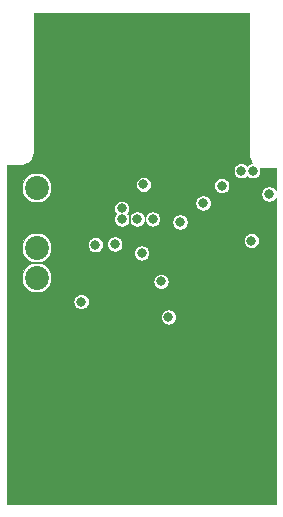
<source format=gbr>
%TF.GenerationSoftware,KiCad,Pcbnew,5.1.5-52549c5~84~ubuntu18.04.1*%
%TF.CreationDate,2020-02-03T06:40:28+01:00*%
%TF.ProjectId,HMC_RF_IPE,484d435f-5246-45f4-9950-452e6b696361,rev?*%
%TF.SameCoordinates,Original*%
%TF.FileFunction,Copper,L2,Inr*%
%TF.FilePolarity,Positive*%
%FSLAX46Y46*%
G04 Gerber Fmt 4.6, Leading zero omitted, Abs format (unit mm)*
G04 Created by KiCad (PCBNEW 5.1.5-52549c5~84~ubuntu18.04.1) date 2020-02-03 06:40:28*
%MOMM*%
%LPD*%
G04 APERTURE LIST*
%TA.AperFunction,ViaPad*%
%ADD10C,2.020000*%
%TD*%
%TA.AperFunction,ViaPad*%
%ADD11C,0.400000*%
%TD*%
%TA.AperFunction,ViaPad*%
%ADD12C,0.800000*%
%TD*%
%TA.AperFunction,Conductor*%
%ADD13C,0.100000*%
%TD*%
G04 APERTURE END LIST*
D10*
%TO.N,+5V*%
%TO.C,J1*%
X133513410Y-71773200D03*
%TO.N,GND*%
X133513410Y-74313200D03*
%TO.N,Net-(J1-Pad3)*%
X133513410Y-76853200D03*
%TO.N,Net-(J1-Pad4)*%
X133513410Y-79393200D03*
%TD*%
D11*
%TO.N,GND*%
X141333410Y-90643200D03*
X143483410Y-90643200D03*
X140733410Y-90653200D03*
X140653410Y-91293200D03*
X144663410Y-90143200D03*
X140083410Y-90143200D03*
D12*
X131853410Y-85013200D03*
X131853410Y-83175700D03*
X131853410Y-81338200D03*
X132953410Y-85043200D03*
X132953410Y-83205700D03*
X132953410Y-81368200D03*
X136163410Y-81348200D03*
X152963410Y-77093200D03*
D11*
X148099874Y-89973200D03*
X147118186Y-89973200D03*
X146136498Y-89973200D03*
X145333410Y-89953200D03*
X147939874Y-89213200D03*
X146958186Y-89213200D03*
X145976498Y-89213200D03*
X145173410Y-89193200D03*
X139299874Y-89923200D03*
X138318186Y-89923200D03*
X137336498Y-89923200D03*
X136533410Y-89903200D03*
X139789874Y-89203200D03*
X138808186Y-89203200D03*
X137826498Y-89203200D03*
X137023410Y-89183200D03*
X139799874Y-86943200D03*
X138818186Y-86943200D03*
X147839874Y-86863200D03*
X146858186Y-86863200D03*
X145876498Y-86863200D03*
X145073410Y-86843200D03*
X136106036Y-94793200D03*
X137057880Y-94793200D03*
X138009723Y-94793200D03*
X138961566Y-94793200D03*
X145666036Y-94743200D03*
X146617880Y-94743200D03*
X147569723Y-94743200D03*
X148521566Y-94743200D03*
X132336036Y-86123200D03*
X133287880Y-86123200D03*
X134239723Y-86123200D03*
X135191566Y-86123200D03*
X132196036Y-98273200D03*
X133147880Y-98273200D03*
X134099723Y-98273200D03*
X135051566Y-98273200D03*
X149786036Y-98273200D03*
X150737880Y-98273200D03*
X151689723Y-98273200D03*
X152641566Y-98273200D03*
X149836036Y-86173200D03*
X150787880Y-86173200D03*
X151739723Y-86173200D03*
X152691566Y-86173200D03*
X138752402Y-60753000D03*
X137921002Y-60753000D03*
X137089601Y-60753000D03*
X136258201Y-60753000D03*
X135426800Y-60753000D03*
X134595400Y-60753000D03*
X133764000Y-60753000D03*
X138742402Y-65303000D03*
X137911002Y-65303000D03*
X137079601Y-65303000D03*
X136248201Y-65303000D03*
X135416800Y-65303000D03*
X134585400Y-65303000D03*
X133754000Y-65303000D03*
X151202402Y-65383000D03*
X150371002Y-65383000D03*
X149539601Y-65383000D03*
X148708201Y-65383000D03*
X147876800Y-65383000D03*
X147045400Y-65383000D03*
X146214000Y-65383000D03*
X151212402Y-60633000D03*
X150381002Y-60633000D03*
X149549601Y-60633000D03*
X148718201Y-60633000D03*
X147886800Y-60633000D03*
X147055400Y-60633000D03*
X146224000Y-60633000D03*
X143563410Y-91293200D03*
X144133410Y-93503200D03*
X140703410Y-93443200D03*
X141243410Y-91263200D03*
X144843410Y-91453200D03*
X144843410Y-90753200D03*
X144113410Y-90673200D03*
X151536624Y-94735200D03*
X153500000Y-94735200D03*
X149573249Y-94735200D03*
X151536624Y-89909200D03*
X153500000Y-89909200D03*
X149573249Y-89909200D03*
X133280506Y-94735200D03*
X131376820Y-94735200D03*
X135184193Y-94735200D03*
X133280506Y-89909200D03*
X131376820Y-89909200D03*
X135184193Y-89909200D03*
X144664811Y-94735200D03*
X139913410Y-94743200D03*
X142387410Y-95497200D03*
X140863410Y-95497200D03*
X141616811Y-95517200D03*
X143149410Y-95497200D03*
X143911410Y-95497200D03*
X143911410Y-94735200D03*
X140863410Y-94043200D03*
X142403410Y-92373200D03*
X141879410Y-92703200D03*
X142895410Y-92703200D03*
X142895410Y-91941200D03*
X141879410Y-91941200D03*
X143513410Y-93503200D03*
X143149410Y-94735200D03*
X142387410Y-94735200D03*
X141616811Y-94755200D03*
X140863410Y-94735200D03*
X141333410Y-93473200D03*
X143923410Y-94053200D03*
X132328663Y-93973200D03*
X133280506Y-93973200D03*
X134232350Y-93973200D03*
X135184193Y-93973200D03*
X136136036Y-93973200D03*
X137087880Y-93973200D03*
X138039723Y-93973200D03*
X138991566Y-93973200D03*
X131376820Y-93973200D03*
X139943410Y-93973200D03*
X138991566Y-90773200D03*
X138039723Y-90773200D03*
X137087880Y-90773200D03*
X136136036Y-90773200D03*
X135184193Y-90773200D03*
X134232350Y-90773200D03*
X133280506Y-90773200D03*
X132328663Y-90773200D03*
X139943410Y-90773200D03*
X131376820Y-90773200D03*
X145646498Y-93973200D03*
X146628186Y-93973200D03*
X147609874Y-93973200D03*
X148591561Y-93973200D03*
X149573249Y-93973200D03*
X150554937Y-93973200D03*
X151536624Y-93973200D03*
X152518312Y-93973200D03*
X144774811Y-93993200D03*
X153500000Y-93973200D03*
X152518312Y-90773200D03*
X151536624Y-90773200D03*
X150554937Y-90773200D03*
X149573249Y-90773200D03*
X148591561Y-90773200D03*
X147609874Y-90773200D03*
X146628186Y-90773200D03*
X145646498Y-90773200D03*
X153500000Y-90773200D03*
X132328663Y-93273200D03*
X133280506Y-93273200D03*
X134232350Y-93273200D03*
X135184193Y-93273200D03*
X136136036Y-93273200D03*
X137087880Y-93273200D03*
X138039723Y-93273200D03*
X138991566Y-93273200D03*
X131376820Y-93273200D03*
X138991566Y-91473200D03*
X138039723Y-91473200D03*
X137087880Y-91473200D03*
X136136036Y-91473200D03*
X135184193Y-91473200D03*
X134232350Y-91473200D03*
X133280506Y-91473200D03*
X132328663Y-91473200D03*
X139943410Y-91473200D03*
X131376820Y-91473200D03*
X145646498Y-93273200D03*
X146628186Y-93273200D03*
X147609874Y-93273200D03*
X148591561Y-93273200D03*
X149573249Y-93273200D03*
X150554937Y-93273200D03*
X151536624Y-93273200D03*
X152518312Y-93273200D03*
X144774811Y-93293200D03*
X139943410Y-93273200D03*
X153500000Y-93273200D03*
X152518312Y-91473200D03*
X151536624Y-91473200D03*
X150554937Y-91473200D03*
X149573249Y-91473200D03*
X148591561Y-91473200D03*
X147609874Y-91473200D03*
X146628186Y-91473200D03*
X145646498Y-91473200D03*
X153500000Y-91473200D03*
X134585400Y-64633000D03*
X135416800Y-64633000D03*
X136248201Y-64633000D03*
X137079601Y-64633000D03*
X137911002Y-64633000D03*
X138742402Y-64633000D03*
X139573803Y-64633000D03*
X140405203Y-64633000D03*
X141236604Y-64633000D03*
X142068004Y-64633000D03*
X142899405Y-64633000D03*
X143730805Y-64633000D03*
X144562206Y-64633000D03*
X145393606Y-64633000D03*
X146225007Y-64633000D03*
X147056407Y-64633000D03*
X147887808Y-64633000D03*
X148719208Y-64633000D03*
X149550609Y-64633000D03*
X150382009Y-64633000D03*
X133754000Y-64633000D03*
X151213410Y-64633000D03*
X150382009Y-61433000D03*
X149550609Y-61433000D03*
X148719208Y-61433000D03*
X147887808Y-61433000D03*
X147056407Y-61433000D03*
X146225007Y-61433000D03*
X145393606Y-61433000D03*
X144562206Y-61433000D03*
X143730805Y-61433000D03*
X142899405Y-61433000D03*
X142068004Y-61433000D03*
X141236604Y-61433000D03*
X140405203Y-61433000D03*
X139573803Y-61433000D03*
X138742402Y-61433000D03*
X137911002Y-61433000D03*
X137079601Y-61433000D03*
X136248201Y-61433000D03*
X135416800Y-61433000D03*
X134585400Y-61433000D03*
X151213410Y-61433000D03*
X133754000Y-61433000D03*
X134585400Y-63933000D03*
X135416800Y-63933000D03*
X136248201Y-63933000D03*
X137079601Y-63933000D03*
X137911002Y-63933000D03*
X138742402Y-63933000D03*
X139573803Y-63933000D03*
X140405203Y-63933000D03*
X141236604Y-63933000D03*
X142068004Y-63933000D03*
X142899405Y-63933000D03*
X143730805Y-63933000D03*
X144562206Y-63933000D03*
X145393606Y-63933000D03*
X146225007Y-63933000D03*
X147056407Y-63933000D03*
X147887808Y-63933000D03*
X148719208Y-63933000D03*
X149550609Y-63933000D03*
X150382009Y-63933000D03*
X133754000Y-63933000D03*
X151213410Y-63933000D03*
X150382009Y-62133000D03*
X149550609Y-62133000D03*
X148719208Y-62133000D03*
X147887808Y-62133000D03*
X147056407Y-62133000D03*
X146225007Y-62133000D03*
X145393606Y-62133000D03*
X144562206Y-62133000D03*
X143730805Y-62133000D03*
X142899405Y-62133000D03*
X142068004Y-62133000D03*
X141236604Y-62133000D03*
X140405203Y-62133000D03*
X139573803Y-62133000D03*
X138742402Y-62133000D03*
X137911002Y-62133000D03*
X137079601Y-62133000D03*
X136248201Y-62133000D03*
X135416800Y-62133000D03*
X134585400Y-62133000D03*
X151213410Y-62133000D03*
X133754000Y-62133000D03*
X144153410Y-91303200D03*
X137836498Y-86943200D03*
X137033410Y-86923200D03*
D12*
X148473410Y-75993200D03*
X149623410Y-75993200D03*
X152963410Y-78930700D03*
X152963410Y-80768200D03*
X152963410Y-82605700D03*
X152963410Y-84443200D03*
X144163410Y-80853200D03*
X135513410Y-76753200D03*
X131683410Y-76843200D03*
X131673410Y-78163200D03*
X131623410Y-79773200D03*
%TO.N,VSS*%
X151703410Y-76263200D03*
%TO.N,Net-(C10-Pad1)*%
X138493410Y-76613200D03*
%TO.N,Net-(J1-Pad4)*%
X144053410Y-79723200D03*
%TO.N,Net-(J1-Pad3)*%
X142413410Y-77323200D03*
%TO.N,Net-(C11-Pad1)*%
X137293410Y-81433200D03*
X144683410Y-82740199D03*
%TO.N,Net-(C13-Pad1)*%
X140143410Y-76543200D03*
%TO.N,GNDS*%
X142038410Y-74433200D03*
X150848410Y-70348200D03*
X151823410Y-70348200D03*
X142563410Y-71513200D03*
X140723410Y-73543200D03*
X140733410Y-74433200D03*
X149193410Y-71613200D03*
X143343410Y-74433200D03*
X145663410Y-74683200D03*
X153198410Y-72323200D03*
%TO.N,GND*%
X133583410Y-69903200D03*
X131873410Y-70383200D03*
X135103410Y-72623200D03*
X135143410Y-73773200D03*
X131783410Y-72603200D03*
X131753410Y-74873200D03*
X135303410Y-71233200D03*
X139273410Y-74333200D03*
X139273410Y-73393200D03*
X144348410Y-75573200D03*
%TO.N,GNDS*%
X147623410Y-73073200D03*
%TD*%
D13*
%TO.N,GND*%
G36*
X151416467Y-57001563D02*
G01*
X151418005Y-57002029D01*
X151424422Y-57002661D01*
X151434009Y-57005457D01*
X151436566Y-57006436D01*
X151436672Y-57006523D01*
X151445304Y-57011137D01*
X151445831Y-57011779D01*
X151451450Y-57016390D01*
X151451981Y-57016935D01*
X151455295Y-57020870D01*
X151456058Y-57022044D01*
X151462476Y-57032236D01*
X151463190Y-57033546D01*
X151463359Y-57033924D01*
X151463442Y-57034196D01*
X151463581Y-57035605D01*
X151466282Y-57044509D01*
X151467410Y-57053533D01*
X151467411Y-68865692D01*
X151467376Y-68873294D01*
X151467986Y-68879822D01*
X151467887Y-68886380D01*
X151468075Y-68888465D01*
X151489177Y-69106037D01*
X151491803Y-69119374D01*
X151494244Y-69132751D01*
X151494833Y-69134761D01*
X151557792Y-69344089D01*
X151562964Y-69356675D01*
X151567952Y-69369310D01*
X151568920Y-69371167D01*
X151671340Y-69564281D01*
X151678849Y-69575609D01*
X151686204Y-69587048D01*
X151687514Y-69588682D01*
X151776642Y-69698200D01*
X151759391Y-69698200D01*
X151633812Y-69723179D01*
X151515520Y-69772178D01*
X151409059Y-69843312D01*
X151335910Y-69916461D01*
X151262761Y-69843312D01*
X151156300Y-69772178D01*
X151038008Y-69723179D01*
X150912429Y-69698200D01*
X150784391Y-69698200D01*
X150658812Y-69723179D01*
X150540520Y-69772178D01*
X150434059Y-69843312D01*
X150343522Y-69933849D01*
X150272388Y-70040310D01*
X150223389Y-70158602D01*
X150198410Y-70284181D01*
X150198410Y-70412219D01*
X150223389Y-70537798D01*
X150272388Y-70656090D01*
X150343522Y-70762551D01*
X150434059Y-70853088D01*
X150540520Y-70924222D01*
X150658812Y-70973221D01*
X150784391Y-70998200D01*
X150912429Y-70998200D01*
X151038008Y-70973221D01*
X151156300Y-70924222D01*
X151262761Y-70853088D01*
X151335910Y-70779939D01*
X151409059Y-70853088D01*
X151515520Y-70924222D01*
X151633812Y-70973221D01*
X151759391Y-70998200D01*
X151887429Y-70998200D01*
X152013008Y-70973221D01*
X152131300Y-70924222D01*
X152237761Y-70853088D01*
X152328298Y-70762551D01*
X152399432Y-70656090D01*
X152448431Y-70537798D01*
X152473410Y-70412219D01*
X152473410Y-70284181D01*
X152448431Y-70158602D01*
X152425186Y-70102485D01*
X152466531Y-70115331D01*
X152479859Y-70118081D01*
X152493122Y-70121012D01*
X152495203Y-70121248D01*
X152698458Y-70142827D01*
X152699001Y-70142992D01*
X152721045Y-70145163D01*
X153753410Y-70145195D01*
X153753410Y-71983848D01*
X153703298Y-71908849D01*
X153612761Y-71818312D01*
X153506300Y-71747178D01*
X153388008Y-71698179D01*
X153262429Y-71673200D01*
X153134391Y-71673200D01*
X153008812Y-71698179D01*
X152890520Y-71747178D01*
X152784059Y-71818312D01*
X152693522Y-71908849D01*
X152622388Y-72015310D01*
X152573389Y-72133602D01*
X152548410Y-72259181D01*
X152548410Y-72387219D01*
X152573389Y-72512798D01*
X152622388Y-72631090D01*
X152693522Y-72737551D01*
X152784059Y-72828088D01*
X152890520Y-72899222D01*
X153008812Y-72948221D01*
X153134391Y-72973200D01*
X153262429Y-72973200D01*
X153388008Y-72948221D01*
X153506300Y-72899222D01*
X153612761Y-72828088D01*
X153703298Y-72737551D01*
X153753410Y-72662552D01*
X153753411Y-98574200D01*
X131043410Y-98574200D01*
X131043410Y-82676180D01*
X144033410Y-82676180D01*
X144033410Y-82804218D01*
X144058389Y-82929797D01*
X144107388Y-83048089D01*
X144178522Y-83154550D01*
X144269059Y-83245087D01*
X144375520Y-83316221D01*
X144493812Y-83365220D01*
X144619391Y-83390199D01*
X144747429Y-83390199D01*
X144873008Y-83365220D01*
X144991300Y-83316221D01*
X145097761Y-83245087D01*
X145188298Y-83154550D01*
X145259432Y-83048089D01*
X145308431Y-82929797D01*
X145333410Y-82804218D01*
X145333410Y-82676180D01*
X145308431Y-82550601D01*
X145259432Y-82432309D01*
X145188298Y-82325848D01*
X145097761Y-82235311D01*
X144991300Y-82164177D01*
X144873008Y-82115178D01*
X144747429Y-82090199D01*
X144619391Y-82090199D01*
X144493812Y-82115178D01*
X144375520Y-82164177D01*
X144269059Y-82235311D01*
X144178522Y-82325848D01*
X144107388Y-82432309D01*
X144058389Y-82550601D01*
X144033410Y-82676180D01*
X131043410Y-82676180D01*
X131043410Y-81369181D01*
X136643410Y-81369181D01*
X136643410Y-81497219D01*
X136668389Y-81622798D01*
X136717388Y-81741090D01*
X136788522Y-81847551D01*
X136879059Y-81938088D01*
X136985520Y-82009222D01*
X137103812Y-82058221D01*
X137229391Y-82083200D01*
X137357429Y-82083200D01*
X137483008Y-82058221D01*
X137601300Y-82009222D01*
X137707761Y-81938088D01*
X137798298Y-81847551D01*
X137869432Y-81741090D01*
X137918431Y-81622798D01*
X137943410Y-81497219D01*
X137943410Y-81369181D01*
X137918431Y-81243602D01*
X137869432Y-81125310D01*
X137798298Y-81018849D01*
X137707761Y-80928312D01*
X137601300Y-80857178D01*
X137483008Y-80808179D01*
X137357429Y-80783200D01*
X137229391Y-80783200D01*
X137103812Y-80808179D01*
X136985520Y-80857178D01*
X136879059Y-80928312D01*
X136788522Y-81018849D01*
X136717388Y-81125310D01*
X136668389Y-81243602D01*
X136643410Y-81369181D01*
X131043410Y-81369181D01*
X131043410Y-79269101D01*
X132253410Y-79269101D01*
X132253410Y-79517299D01*
X132301831Y-79760729D01*
X132396812Y-79990034D01*
X132534704Y-80196403D01*
X132710207Y-80371906D01*
X132916576Y-80509798D01*
X133145881Y-80604779D01*
X133389311Y-80653200D01*
X133637509Y-80653200D01*
X133880939Y-80604779D01*
X134110244Y-80509798D01*
X134316613Y-80371906D01*
X134492116Y-80196403D01*
X134630008Y-79990034D01*
X134724989Y-79760729D01*
X134745188Y-79659181D01*
X143403410Y-79659181D01*
X143403410Y-79787219D01*
X143428389Y-79912798D01*
X143477388Y-80031090D01*
X143548522Y-80137551D01*
X143639059Y-80228088D01*
X143745520Y-80299222D01*
X143863812Y-80348221D01*
X143989391Y-80373200D01*
X144117429Y-80373200D01*
X144243008Y-80348221D01*
X144361300Y-80299222D01*
X144467761Y-80228088D01*
X144558298Y-80137551D01*
X144629432Y-80031090D01*
X144678431Y-79912798D01*
X144703410Y-79787219D01*
X144703410Y-79659181D01*
X144678431Y-79533602D01*
X144629432Y-79415310D01*
X144558298Y-79308849D01*
X144467761Y-79218312D01*
X144361300Y-79147178D01*
X144243008Y-79098179D01*
X144117429Y-79073200D01*
X143989391Y-79073200D01*
X143863812Y-79098179D01*
X143745520Y-79147178D01*
X143639059Y-79218312D01*
X143548522Y-79308849D01*
X143477388Y-79415310D01*
X143428389Y-79533602D01*
X143403410Y-79659181D01*
X134745188Y-79659181D01*
X134773410Y-79517299D01*
X134773410Y-79269101D01*
X134724989Y-79025671D01*
X134630008Y-78796366D01*
X134492116Y-78589997D01*
X134316613Y-78414494D01*
X134110244Y-78276602D01*
X133880939Y-78181621D01*
X133637509Y-78133200D01*
X133389311Y-78133200D01*
X133145881Y-78181621D01*
X132916576Y-78276602D01*
X132710207Y-78414494D01*
X132534704Y-78589997D01*
X132396812Y-78796366D01*
X132301831Y-79025671D01*
X132253410Y-79269101D01*
X131043410Y-79269101D01*
X131043410Y-76729101D01*
X132253410Y-76729101D01*
X132253410Y-76977299D01*
X132301831Y-77220729D01*
X132396812Y-77450034D01*
X132534704Y-77656403D01*
X132710207Y-77831906D01*
X132916576Y-77969798D01*
X133145881Y-78064779D01*
X133389311Y-78113200D01*
X133637509Y-78113200D01*
X133880939Y-78064779D01*
X134110244Y-77969798D01*
X134316613Y-77831906D01*
X134492116Y-77656403D01*
X134630008Y-77450034D01*
X134724989Y-77220729D01*
X134773410Y-76977299D01*
X134773410Y-76729101D01*
X134737622Y-76549181D01*
X137843410Y-76549181D01*
X137843410Y-76677219D01*
X137868389Y-76802798D01*
X137917388Y-76921090D01*
X137988522Y-77027551D01*
X138079059Y-77118088D01*
X138185520Y-77189222D01*
X138303812Y-77238221D01*
X138429391Y-77263200D01*
X138557429Y-77263200D01*
X138577634Y-77259181D01*
X141763410Y-77259181D01*
X141763410Y-77387219D01*
X141788389Y-77512798D01*
X141837388Y-77631090D01*
X141908522Y-77737551D01*
X141999059Y-77828088D01*
X142105520Y-77899222D01*
X142223812Y-77948221D01*
X142349391Y-77973200D01*
X142477429Y-77973200D01*
X142603008Y-77948221D01*
X142721300Y-77899222D01*
X142827761Y-77828088D01*
X142918298Y-77737551D01*
X142989432Y-77631090D01*
X143038431Y-77512798D01*
X143063410Y-77387219D01*
X143063410Y-77259181D01*
X143038431Y-77133602D01*
X142989432Y-77015310D01*
X142918298Y-76908849D01*
X142827761Y-76818312D01*
X142721300Y-76747178D01*
X142603008Y-76698179D01*
X142477429Y-76673200D01*
X142349391Y-76673200D01*
X142223812Y-76698179D01*
X142105520Y-76747178D01*
X141999059Y-76818312D01*
X141908522Y-76908849D01*
X141837388Y-77015310D01*
X141788389Y-77133602D01*
X141763410Y-77259181D01*
X138577634Y-77259181D01*
X138683008Y-77238221D01*
X138801300Y-77189222D01*
X138907761Y-77118088D01*
X138998298Y-77027551D01*
X139069432Y-76921090D01*
X139118431Y-76802798D01*
X139143410Y-76677219D01*
X139143410Y-76549181D01*
X139129487Y-76479181D01*
X139493410Y-76479181D01*
X139493410Y-76607219D01*
X139518389Y-76732798D01*
X139567388Y-76851090D01*
X139638522Y-76957551D01*
X139729059Y-77048088D01*
X139835520Y-77119222D01*
X139953812Y-77168221D01*
X140079391Y-77193200D01*
X140207429Y-77193200D01*
X140333008Y-77168221D01*
X140451300Y-77119222D01*
X140557761Y-77048088D01*
X140648298Y-76957551D01*
X140719432Y-76851090D01*
X140768431Y-76732798D01*
X140793410Y-76607219D01*
X140793410Y-76479181D01*
X140768431Y-76353602D01*
X140719432Y-76235310D01*
X140695292Y-76199181D01*
X151053410Y-76199181D01*
X151053410Y-76327219D01*
X151078389Y-76452798D01*
X151127388Y-76571090D01*
X151198522Y-76677551D01*
X151289059Y-76768088D01*
X151395520Y-76839222D01*
X151513812Y-76888221D01*
X151639391Y-76913200D01*
X151767429Y-76913200D01*
X151893008Y-76888221D01*
X152011300Y-76839222D01*
X152117761Y-76768088D01*
X152208298Y-76677551D01*
X152279432Y-76571090D01*
X152328431Y-76452798D01*
X152353410Y-76327219D01*
X152353410Y-76199181D01*
X152328431Y-76073602D01*
X152279432Y-75955310D01*
X152208298Y-75848849D01*
X152117761Y-75758312D01*
X152011300Y-75687178D01*
X151893008Y-75638179D01*
X151767429Y-75613200D01*
X151639391Y-75613200D01*
X151513812Y-75638179D01*
X151395520Y-75687178D01*
X151289059Y-75758312D01*
X151198522Y-75848849D01*
X151127388Y-75955310D01*
X151078389Y-76073602D01*
X151053410Y-76199181D01*
X140695292Y-76199181D01*
X140648298Y-76128849D01*
X140557761Y-76038312D01*
X140451300Y-75967178D01*
X140333008Y-75918179D01*
X140207429Y-75893200D01*
X140079391Y-75893200D01*
X139953812Y-75918179D01*
X139835520Y-75967178D01*
X139729059Y-76038312D01*
X139638522Y-76128849D01*
X139567388Y-76235310D01*
X139518389Y-76353602D01*
X139493410Y-76479181D01*
X139129487Y-76479181D01*
X139118431Y-76423602D01*
X139069432Y-76305310D01*
X138998298Y-76198849D01*
X138907761Y-76108312D01*
X138801300Y-76037178D01*
X138683008Y-75988179D01*
X138557429Y-75963200D01*
X138429391Y-75963200D01*
X138303812Y-75988179D01*
X138185520Y-76037178D01*
X138079059Y-76108312D01*
X137988522Y-76198849D01*
X137917388Y-76305310D01*
X137868389Y-76423602D01*
X137843410Y-76549181D01*
X134737622Y-76549181D01*
X134724989Y-76485671D01*
X134630008Y-76256366D01*
X134492116Y-76049997D01*
X134316613Y-75874494D01*
X134110244Y-75736602D01*
X133880939Y-75641621D01*
X133637509Y-75593200D01*
X133389311Y-75593200D01*
X133145881Y-75641621D01*
X132916576Y-75736602D01*
X132710207Y-75874494D01*
X132534704Y-76049997D01*
X132396812Y-76256366D01*
X132301831Y-76485671D01*
X132253410Y-76729101D01*
X131043410Y-76729101D01*
X131043410Y-73479181D01*
X140073410Y-73479181D01*
X140073410Y-73607219D01*
X140098389Y-73732798D01*
X140147388Y-73851090D01*
X140218522Y-73957551D01*
X140254171Y-73993200D01*
X140228522Y-74018849D01*
X140157388Y-74125310D01*
X140108389Y-74243602D01*
X140083410Y-74369181D01*
X140083410Y-74497219D01*
X140108389Y-74622798D01*
X140157388Y-74741090D01*
X140228522Y-74847551D01*
X140319059Y-74938088D01*
X140425520Y-75009222D01*
X140543812Y-75058221D01*
X140669391Y-75083200D01*
X140797429Y-75083200D01*
X140923008Y-75058221D01*
X141041300Y-75009222D01*
X141147761Y-74938088D01*
X141238298Y-74847551D01*
X141309432Y-74741090D01*
X141358431Y-74622798D01*
X141383410Y-74497219D01*
X141383410Y-74369181D01*
X141388410Y-74369181D01*
X141388410Y-74497219D01*
X141413389Y-74622798D01*
X141462388Y-74741090D01*
X141533522Y-74847551D01*
X141624059Y-74938088D01*
X141730520Y-75009222D01*
X141848812Y-75058221D01*
X141974391Y-75083200D01*
X142102429Y-75083200D01*
X142228008Y-75058221D01*
X142346300Y-75009222D01*
X142452761Y-74938088D01*
X142543298Y-74847551D01*
X142614432Y-74741090D01*
X142663431Y-74622798D01*
X142688410Y-74497219D01*
X142688410Y-74369181D01*
X142693410Y-74369181D01*
X142693410Y-74497219D01*
X142718389Y-74622798D01*
X142767388Y-74741090D01*
X142838522Y-74847551D01*
X142929059Y-74938088D01*
X143035520Y-75009222D01*
X143153812Y-75058221D01*
X143279391Y-75083200D01*
X143407429Y-75083200D01*
X143533008Y-75058221D01*
X143651300Y-75009222D01*
X143757761Y-74938088D01*
X143848298Y-74847551D01*
X143919432Y-74741090D01*
X143968431Y-74622798D01*
X143969150Y-74619181D01*
X145013410Y-74619181D01*
X145013410Y-74747219D01*
X145038389Y-74872798D01*
X145087388Y-74991090D01*
X145158522Y-75097551D01*
X145249059Y-75188088D01*
X145355520Y-75259222D01*
X145473812Y-75308221D01*
X145599391Y-75333200D01*
X145727429Y-75333200D01*
X145853008Y-75308221D01*
X145971300Y-75259222D01*
X146077761Y-75188088D01*
X146168298Y-75097551D01*
X146239432Y-74991090D01*
X146288431Y-74872798D01*
X146313410Y-74747219D01*
X146313410Y-74619181D01*
X146288431Y-74493602D01*
X146239432Y-74375310D01*
X146168298Y-74268849D01*
X146077761Y-74178312D01*
X145971300Y-74107178D01*
X145853008Y-74058179D01*
X145727429Y-74033200D01*
X145599391Y-74033200D01*
X145473812Y-74058179D01*
X145355520Y-74107178D01*
X145249059Y-74178312D01*
X145158522Y-74268849D01*
X145087388Y-74375310D01*
X145038389Y-74493602D01*
X145013410Y-74619181D01*
X143969150Y-74619181D01*
X143993410Y-74497219D01*
X143993410Y-74369181D01*
X143968431Y-74243602D01*
X143919432Y-74125310D01*
X143848298Y-74018849D01*
X143757761Y-73928312D01*
X143651300Y-73857178D01*
X143533008Y-73808179D01*
X143407429Y-73783200D01*
X143279391Y-73783200D01*
X143153812Y-73808179D01*
X143035520Y-73857178D01*
X142929059Y-73928312D01*
X142838522Y-74018849D01*
X142767388Y-74125310D01*
X142718389Y-74243602D01*
X142693410Y-74369181D01*
X142688410Y-74369181D01*
X142663431Y-74243602D01*
X142614432Y-74125310D01*
X142543298Y-74018849D01*
X142452761Y-73928312D01*
X142346300Y-73857178D01*
X142228008Y-73808179D01*
X142102429Y-73783200D01*
X141974391Y-73783200D01*
X141848812Y-73808179D01*
X141730520Y-73857178D01*
X141624059Y-73928312D01*
X141533522Y-74018849D01*
X141462388Y-74125310D01*
X141413389Y-74243602D01*
X141388410Y-74369181D01*
X141383410Y-74369181D01*
X141358431Y-74243602D01*
X141309432Y-74125310D01*
X141238298Y-74018849D01*
X141202649Y-73983200D01*
X141228298Y-73957551D01*
X141299432Y-73851090D01*
X141348431Y-73732798D01*
X141373410Y-73607219D01*
X141373410Y-73479181D01*
X141348431Y-73353602D01*
X141299432Y-73235310D01*
X141228298Y-73128849D01*
X141137761Y-73038312D01*
X141094163Y-73009181D01*
X146973410Y-73009181D01*
X146973410Y-73137219D01*
X146998389Y-73262798D01*
X147047388Y-73381090D01*
X147118522Y-73487551D01*
X147209059Y-73578088D01*
X147315520Y-73649222D01*
X147433812Y-73698221D01*
X147559391Y-73723200D01*
X147687429Y-73723200D01*
X147813008Y-73698221D01*
X147931300Y-73649222D01*
X148037761Y-73578088D01*
X148128298Y-73487551D01*
X148199432Y-73381090D01*
X148248431Y-73262798D01*
X148273410Y-73137219D01*
X148273410Y-73009181D01*
X148248431Y-72883602D01*
X148199432Y-72765310D01*
X148128298Y-72658849D01*
X148037761Y-72568312D01*
X147931300Y-72497178D01*
X147813008Y-72448179D01*
X147687429Y-72423200D01*
X147559391Y-72423200D01*
X147433812Y-72448179D01*
X147315520Y-72497178D01*
X147209059Y-72568312D01*
X147118522Y-72658849D01*
X147047388Y-72765310D01*
X146998389Y-72883602D01*
X146973410Y-73009181D01*
X141094163Y-73009181D01*
X141031300Y-72967178D01*
X140913008Y-72918179D01*
X140787429Y-72893200D01*
X140659391Y-72893200D01*
X140533812Y-72918179D01*
X140415520Y-72967178D01*
X140309059Y-73038312D01*
X140218522Y-73128849D01*
X140147388Y-73235310D01*
X140098389Y-73353602D01*
X140073410Y-73479181D01*
X131043410Y-73479181D01*
X131043410Y-71649101D01*
X132253410Y-71649101D01*
X132253410Y-71897299D01*
X132301831Y-72140729D01*
X132396812Y-72370034D01*
X132534704Y-72576403D01*
X132710207Y-72751906D01*
X132916576Y-72889798D01*
X133145881Y-72984779D01*
X133389311Y-73033200D01*
X133637509Y-73033200D01*
X133880939Y-72984779D01*
X134110244Y-72889798D01*
X134316613Y-72751906D01*
X134492116Y-72576403D01*
X134630008Y-72370034D01*
X134724989Y-72140729D01*
X134773410Y-71897299D01*
X134773410Y-71649101D01*
X134733644Y-71449181D01*
X141913410Y-71449181D01*
X141913410Y-71577219D01*
X141938389Y-71702798D01*
X141987388Y-71821090D01*
X142058522Y-71927551D01*
X142149059Y-72018088D01*
X142255520Y-72089222D01*
X142373812Y-72138221D01*
X142499391Y-72163200D01*
X142627429Y-72163200D01*
X142753008Y-72138221D01*
X142871300Y-72089222D01*
X142977761Y-72018088D01*
X143068298Y-71927551D01*
X143139432Y-71821090D01*
X143188431Y-71702798D01*
X143213410Y-71577219D01*
X143213410Y-71549181D01*
X148543410Y-71549181D01*
X148543410Y-71677219D01*
X148568389Y-71802798D01*
X148617388Y-71921090D01*
X148688522Y-72027551D01*
X148779059Y-72118088D01*
X148885520Y-72189222D01*
X149003812Y-72238221D01*
X149129391Y-72263200D01*
X149257429Y-72263200D01*
X149383008Y-72238221D01*
X149501300Y-72189222D01*
X149607761Y-72118088D01*
X149698298Y-72027551D01*
X149769432Y-71921090D01*
X149818431Y-71802798D01*
X149843410Y-71677219D01*
X149843410Y-71549181D01*
X149818431Y-71423602D01*
X149769432Y-71305310D01*
X149698298Y-71198849D01*
X149607761Y-71108312D01*
X149501300Y-71037178D01*
X149383008Y-70988179D01*
X149257429Y-70963200D01*
X149129391Y-70963200D01*
X149003812Y-70988179D01*
X148885520Y-71037178D01*
X148779059Y-71108312D01*
X148688522Y-71198849D01*
X148617388Y-71305310D01*
X148568389Y-71423602D01*
X148543410Y-71549181D01*
X143213410Y-71549181D01*
X143213410Y-71449181D01*
X143188431Y-71323602D01*
X143139432Y-71205310D01*
X143068298Y-71098849D01*
X142977761Y-71008312D01*
X142871300Y-70937178D01*
X142753008Y-70888179D01*
X142627429Y-70863200D01*
X142499391Y-70863200D01*
X142373812Y-70888179D01*
X142255520Y-70937178D01*
X142149059Y-71008312D01*
X142058522Y-71098849D01*
X141987388Y-71205310D01*
X141938389Y-71323602D01*
X141913410Y-71449181D01*
X134733644Y-71449181D01*
X134724989Y-71405671D01*
X134630008Y-71176366D01*
X134492116Y-70969997D01*
X134316613Y-70794494D01*
X134110244Y-70656602D01*
X133880939Y-70561621D01*
X133637509Y-70513200D01*
X133389311Y-70513200D01*
X133145881Y-70561621D01*
X132916576Y-70656602D01*
X132710207Y-70794494D01*
X132534704Y-70969997D01*
X132396812Y-71176366D01*
X132301831Y-71405671D01*
X132253410Y-71649101D01*
X131043410Y-71649101D01*
X131043410Y-69887195D01*
X132049992Y-69887163D01*
X132057540Y-69887198D01*
X132064068Y-69886588D01*
X132070626Y-69886687D01*
X132072711Y-69886499D01*
X132290283Y-69865397D01*
X132303620Y-69862771D01*
X132316997Y-69860330D01*
X132319007Y-69859741D01*
X132528335Y-69796782D01*
X132540921Y-69791610D01*
X132553556Y-69786622D01*
X132555413Y-69785654D01*
X132748527Y-69683234D01*
X132759855Y-69675725D01*
X132771294Y-69668370D01*
X132772928Y-69667060D01*
X132942471Y-69529082D01*
X132952168Y-69519472D01*
X132961917Y-69510077D01*
X132963265Y-69508475D01*
X133102779Y-69340193D01*
X133110416Y-69328896D01*
X133118163Y-69317774D01*
X133119174Y-69315940D01*
X133223344Y-69123766D01*
X133228635Y-69111217D01*
X133234081Y-69098786D01*
X133234717Y-69096791D01*
X133299577Y-68888043D01*
X133302327Y-68874715D01*
X133305258Y-68861452D01*
X133305494Y-68859371D01*
X133327073Y-68656115D01*
X133327239Y-68655569D01*
X133329410Y-68633525D01*
X133329410Y-57055164D01*
X133329772Y-57052143D01*
X133330239Y-57050605D01*
X133330871Y-57044188D01*
X133333667Y-57034601D01*
X133334646Y-57032044D01*
X133334733Y-57031938D01*
X133339347Y-57023306D01*
X133339989Y-57022779D01*
X133344602Y-57017158D01*
X133345141Y-57016632D01*
X133349073Y-57013321D01*
X133350247Y-57012557D01*
X133360489Y-57006110D01*
X133361750Y-57005423D01*
X133362139Y-57005249D01*
X133362406Y-57005168D01*
X133363815Y-57005029D01*
X133372719Y-57002328D01*
X133381743Y-57001200D01*
X151413446Y-57001200D01*
X151416467Y-57001563D01*
G37*
X151416467Y-57001563D02*
X151418005Y-57002029D01*
X151424422Y-57002661D01*
X151434009Y-57005457D01*
X151436566Y-57006436D01*
X151436672Y-57006523D01*
X151445304Y-57011137D01*
X151445831Y-57011779D01*
X151451450Y-57016390D01*
X151451981Y-57016935D01*
X151455295Y-57020870D01*
X151456058Y-57022044D01*
X151462476Y-57032236D01*
X151463190Y-57033546D01*
X151463359Y-57033924D01*
X151463442Y-57034196D01*
X151463581Y-57035605D01*
X151466282Y-57044509D01*
X151467410Y-57053533D01*
X151467411Y-68865692D01*
X151467376Y-68873294D01*
X151467986Y-68879822D01*
X151467887Y-68886380D01*
X151468075Y-68888465D01*
X151489177Y-69106037D01*
X151491803Y-69119374D01*
X151494244Y-69132751D01*
X151494833Y-69134761D01*
X151557792Y-69344089D01*
X151562964Y-69356675D01*
X151567952Y-69369310D01*
X151568920Y-69371167D01*
X151671340Y-69564281D01*
X151678849Y-69575609D01*
X151686204Y-69587048D01*
X151687514Y-69588682D01*
X151776642Y-69698200D01*
X151759391Y-69698200D01*
X151633812Y-69723179D01*
X151515520Y-69772178D01*
X151409059Y-69843312D01*
X151335910Y-69916461D01*
X151262761Y-69843312D01*
X151156300Y-69772178D01*
X151038008Y-69723179D01*
X150912429Y-69698200D01*
X150784391Y-69698200D01*
X150658812Y-69723179D01*
X150540520Y-69772178D01*
X150434059Y-69843312D01*
X150343522Y-69933849D01*
X150272388Y-70040310D01*
X150223389Y-70158602D01*
X150198410Y-70284181D01*
X150198410Y-70412219D01*
X150223389Y-70537798D01*
X150272388Y-70656090D01*
X150343522Y-70762551D01*
X150434059Y-70853088D01*
X150540520Y-70924222D01*
X150658812Y-70973221D01*
X150784391Y-70998200D01*
X150912429Y-70998200D01*
X151038008Y-70973221D01*
X151156300Y-70924222D01*
X151262761Y-70853088D01*
X151335910Y-70779939D01*
X151409059Y-70853088D01*
X151515520Y-70924222D01*
X151633812Y-70973221D01*
X151759391Y-70998200D01*
X151887429Y-70998200D01*
X152013008Y-70973221D01*
X152131300Y-70924222D01*
X152237761Y-70853088D01*
X152328298Y-70762551D01*
X152399432Y-70656090D01*
X152448431Y-70537798D01*
X152473410Y-70412219D01*
X152473410Y-70284181D01*
X152448431Y-70158602D01*
X152425186Y-70102485D01*
X152466531Y-70115331D01*
X152479859Y-70118081D01*
X152493122Y-70121012D01*
X152495203Y-70121248D01*
X152698458Y-70142827D01*
X152699001Y-70142992D01*
X152721045Y-70145163D01*
X153753410Y-70145195D01*
X153753410Y-71983848D01*
X153703298Y-71908849D01*
X153612761Y-71818312D01*
X153506300Y-71747178D01*
X153388008Y-71698179D01*
X153262429Y-71673200D01*
X153134391Y-71673200D01*
X153008812Y-71698179D01*
X152890520Y-71747178D01*
X152784059Y-71818312D01*
X152693522Y-71908849D01*
X152622388Y-72015310D01*
X152573389Y-72133602D01*
X152548410Y-72259181D01*
X152548410Y-72387219D01*
X152573389Y-72512798D01*
X152622388Y-72631090D01*
X152693522Y-72737551D01*
X152784059Y-72828088D01*
X152890520Y-72899222D01*
X153008812Y-72948221D01*
X153134391Y-72973200D01*
X153262429Y-72973200D01*
X153388008Y-72948221D01*
X153506300Y-72899222D01*
X153612761Y-72828088D01*
X153703298Y-72737551D01*
X153753410Y-72662552D01*
X153753411Y-98574200D01*
X131043410Y-98574200D01*
X131043410Y-82676180D01*
X144033410Y-82676180D01*
X144033410Y-82804218D01*
X144058389Y-82929797D01*
X144107388Y-83048089D01*
X144178522Y-83154550D01*
X144269059Y-83245087D01*
X144375520Y-83316221D01*
X144493812Y-83365220D01*
X144619391Y-83390199D01*
X144747429Y-83390199D01*
X144873008Y-83365220D01*
X144991300Y-83316221D01*
X145097761Y-83245087D01*
X145188298Y-83154550D01*
X145259432Y-83048089D01*
X145308431Y-82929797D01*
X145333410Y-82804218D01*
X145333410Y-82676180D01*
X145308431Y-82550601D01*
X145259432Y-82432309D01*
X145188298Y-82325848D01*
X145097761Y-82235311D01*
X144991300Y-82164177D01*
X144873008Y-82115178D01*
X144747429Y-82090199D01*
X144619391Y-82090199D01*
X144493812Y-82115178D01*
X144375520Y-82164177D01*
X144269059Y-82235311D01*
X144178522Y-82325848D01*
X144107388Y-82432309D01*
X144058389Y-82550601D01*
X144033410Y-82676180D01*
X131043410Y-82676180D01*
X131043410Y-81369181D01*
X136643410Y-81369181D01*
X136643410Y-81497219D01*
X136668389Y-81622798D01*
X136717388Y-81741090D01*
X136788522Y-81847551D01*
X136879059Y-81938088D01*
X136985520Y-82009222D01*
X137103812Y-82058221D01*
X137229391Y-82083200D01*
X137357429Y-82083200D01*
X137483008Y-82058221D01*
X137601300Y-82009222D01*
X137707761Y-81938088D01*
X137798298Y-81847551D01*
X137869432Y-81741090D01*
X137918431Y-81622798D01*
X137943410Y-81497219D01*
X137943410Y-81369181D01*
X137918431Y-81243602D01*
X137869432Y-81125310D01*
X137798298Y-81018849D01*
X137707761Y-80928312D01*
X137601300Y-80857178D01*
X137483008Y-80808179D01*
X137357429Y-80783200D01*
X137229391Y-80783200D01*
X137103812Y-80808179D01*
X136985520Y-80857178D01*
X136879059Y-80928312D01*
X136788522Y-81018849D01*
X136717388Y-81125310D01*
X136668389Y-81243602D01*
X136643410Y-81369181D01*
X131043410Y-81369181D01*
X131043410Y-79269101D01*
X132253410Y-79269101D01*
X132253410Y-79517299D01*
X132301831Y-79760729D01*
X132396812Y-79990034D01*
X132534704Y-80196403D01*
X132710207Y-80371906D01*
X132916576Y-80509798D01*
X133145881Y-80604779D01*
X133389311Y-80653200D01*
X133637509Y-80653200D01*
X133880939Y-80604779D01*
X134110244Y-80509798D01*
X134316613Y-80371906D01*
X134492116Y-80196403D01*
X134630008Y-79990034D01*
X134724989Y-79760729D01*
X134745188Y-79659181D01*
X143403410Y-79659181D01*
X143403410Y-79787219D01*
X143428389Y-79912798D01*
X143477388Y-80031090D01*
X143548522Y-80137551D01*
X143639059Y-80228088D01*
X143745520Y-80299222D01*
X143863812Y-80348221D01*
X143989391Y-80373200D01*
X144117429Y-80373200D01*
X144243008Y-80348221D01*
X144361300Y-80299222D01*
X144467761Y-80228088D01*
X144558298Y-80137551D01*
X144629432Y-80031090D01*
X144678431Y-79912798D01*
X144703410Y-79787219D01*
X144703410Y-79659181D01*
X144678431Y-79533602D01*
X144629432Y-79415310D01*
X144558298Y-79308849D01*
X144467761Y-79218312D01*
X144361300Y-79147178D01*
X144243008Y-79098179D01*
X144117429Y-79073200D01*
X143989391Y-79073200D01*
X143863812Y-79098179D01*
X143745520Y-79147178D01*
X143639059Y-79218312D01*
X143548522Y-79308849D01*
X143477388Y-79415310D01*
X143428389Y-79533602D01*
X143403410Y-79659181D01*
X134745188Y-79659181D01*
X134773410Y-79517299D01*
X134773410Y-79269101D01*
X134724989Y-79025671D01*
X134630008Y-78796366D01*
X134492116Y-78589997D01*
X134316613Y-78414494D01*
X134110244Y-78276602D01*
X133880939Y-78181621D01*
X133637509Y-78133200D01*
X133389311Y-78133200D01*
X133145881Y-78181621D01*
X132916576Y-78276602D01*
X132710207Y-78414494D01*
X132534704Y-78589997D01*
X132396812Y-78796366D01*
X132301831Y-79025671D01*
X132253410Y-79269101D01*
X131043410Y-79269101D01*
X131043410Y-76729101D01*
X132253410Y-76729101D01*
X132253410Y-76977299D01*
X132301831Y-77220729D01*
X132396812Y-77450034D01*
X132534704Y-77656403D01*
X132710207Y-77831906D01*
X132916576Y-77969798D01*
X133145881Y-78064779D01*
X133389311Y-78113200D01*
X133637509Y-78113200D01*
X133880939Y-78064779D01*
X134110244Y-77969798D01*
X134316613Y-77831906D01*
X134492116Y-77656403D01*
X134630008Y-77450034D01*
X134724989Y-77220729D01*
X134773410Y-76977299D01*
X134773410Y-76729101D01*
X134737622Y-76549181D01*
X137843410Y-76549181D01*
X137843410Y-76677219D01*
X137868389Y-76802798D01*
X137917388Y-76921090D01*
X137988522Y-77027551D01*
X138079059Y-77118088D01*
X138185520Y-77189222D01*
X138303812Y-77238221D01*
X138429391Y-77263200D01*
X138557429Y-77263200D01*
X138577634Y-77259181D01*
X141763410Y-77259181D01*
X141763410Y-77387219D01*
X141788389Y-77512798D01*
X141837388Y-77631090D01*
X141908522Y-77737551D01*
X141999059Y-77828088D01*
X142105520Y-77899222D01*
X142223812Y-77948221D01*
X142349391Y-77973200D01*
X142477429Y-77973200D01*
X142603008Y-77948221D01*
X142721300Y-77899222D01*
X142827761Y-77828088D01*
X142918298Y-77737551D01*
X142989432Y-77631090D01*
X143038431Y-77512798D01*
X143063410Y-77387219D01*
X143063410Y-77259181D01*
X143038431Y-77133602D01*
X142989432Y-77015310D01*
X142918298Y-76908849D01*
X142827761Y-76818312D01*
X142721300Y-76747178D01*
X142603008Y-76698179D01*
X142477429Y-76673200D01*
X142349391Y-76673200D01*
X142223812Y-76698179D01*
X142105520Y-76747178D01*
X141999059Y-76818312D01*
X141908522Y-76908849D01*
X141837388Y-77015310D01*
X141788389Y-77133602D01*
X141763410Y-77259181D01*
X138577634Y-77259181D01*
X138683008Y-77238221D01*
X138801300Y-77189222D01*
X138907761Y-77118088D01*
X138998298Y-77027551D01*
X139069432Y-76921090D01*
X139118431Y-76802798D01*
X139143410Y-76677219D01*
X139143410Y-76549181D01*
X139129487Y-76479181D01*
X139493410Y-76479181D01*
X139493410Y-76607219D01*
X139518389Y-76732798D01*
X139567388Y-76851090D01*
X139638522Y-76957551D01*
X139729059Y-77048088D01*
X139835520Y-77119222D01*
X139953812Y-77168221D01*
X140079391Y-77193200D01*
X140207429Y-77193200D01*
X140333008Y-77168221D01*
X140451300Y-77119222D01*
X140557761Y-77048088D01*
X140648298Y-76957551D01*
X140719432Y-76851090D01*
X140768431Y-76732798D01*
X140793410Y-76607219D01*
X140793410Y-76479181D01*
X140768431Y-76353602D01*
X140719432Y-76235310D01*
X140695292Y-76199181D01*
X151053410Y-76199181D01*
X151053410Y-76327219D01*
X151078389Y-76452798D01*
X151127388Y-76571090D01*
X151198522Y-76677551D01*
X151289059Y-76768088D01*
X151395520Y-76839222D01*
X151513812Y-76888221D01*
X151639391Y-76913200D01*
X151767429Y-76913200D01*
X151893008Y-76888221D01*
X152011300Y-76839222D01*
X152117761Y-76768088D01*
X152208298Y-76677551D01*
X152279432Y-76571090D01*
X152328431Y-76452798D01*
X152353410Y-76327219D01*
X152353410Y-76199181D01*
X152328431Y-76073602D01*
X152279432Y-75955310D01*
X152208298Y-75848849D01*
X152117761Y-75758312D01*
X152011300Y-75687178D01*
X151893008Y-75638179D01*
X151767429Y-75613200D01*
X151639391Y-75613200D01*
X151513812Y-75638179D01*
X151395520Y-75687178D01*
X151289059Y-75758312D01*
X151198522Y-75848849D01*
X151127388Y-75955310D01*
X151078389Y-76073602D01*
X151053410Y-76199181D01*
X140695292Y-76199181D01*
X140648298Y-76128849D01*
X140557761Y-76038312D01*
X140451300Y-75967178D01*
X140333008Y-75918179D01*
X140207429Y-75893200D01*
X140079391Y-75893200D01*
X139953812Y-75918179D01*
X139835520Y-75967178D01*
X139729059Y-76038312D01*
X139638522Y-76128849D01*
X139567388Y-76235310D01*
X139518389Y-76353602D01*
X139493410Y-76479181D01*
X139129487Y-76479181D01*
X139118431Y-76423602D01*
X139069432Y-76305310D01*
X138998298Y-76198849D01*
X138907761Y-76108312D01*
X138801300Y-76037178D01*
X138683008Y-75988179D01*
X138557429Y-75963200D01*
X138429391Y-75963200D01*
X138303812Y-75988179D01*
X138185520Y-76037178D01*
X138079059Y-76108312D01*
X137988522Y-76198849D01*
X137917388Y-76305310D01*
X137868389Y-76423602D01*
X137843410Y-76549181D01*
X134737622Y-76549181D01*
X134724989Y-76485671D01*
X134630008Y-76256366D01*
X134492116Y-76049997D01*
X134316613Y-75874494D01*
X134110244Y-75736602D01*
X133880939Y-75641621D01*
X133637509Y-75593200D01*
X133389311Y-75593200D01*
X133145881Y-75641621D01*
X132916576Y-75736602D01*
X132710207Y-75874494D01*
X132534704Y-76049997D01*
X132396812Y-76256366D01*
X132301831Y-76485671D01*
X132253410Y-76729101D01*
X131043410Y-76729101D01*
X131043410Y-73479181D01*
X140073410Y-73479181D01*
X140073410Y-73607219D01*
X140098389Y-73732798D01*
X140147388Y-73851090D01*
X140218522Y-73957551D01*
X140254171Y-73993200D01*
X140228522Y-74018849D01*
X140157388Y-74125310D01*
X140108389Y-74243602D01*
X140083410Y-74369181D01*
X140083410Y-74497219D01*
X140108389Y-74622798D01*
X140157388Y-74741090D01*
X140228522Y-74847551D01*
X140319059Y-74938088D01*
X140425520Y-75009222D01*
X140543812Y-75058221D01*
X140669391Y-75083200D01*
X140797429Y-75083200D01*
X140923008Y-75058221D01*
X141041300Y-75009222D01*
X141147761Y-74938088D01*
X141238298Y-74847551D01*
X141309432Y-74741090D01*
X141358431Y-74622798D01*
X141383410Y-74497219D01*
X141383410Y-74369181D01*
X141388410Y-74369181D01*
X141388410Y-74497219D01*
X141413389Y-74622798D01*
X141462388Y-74741090D01*
X141533522Y-74847551D01*
X141624059Y-74938088D01*
X141730520Y-75009222D01*
X141848812Y-75058221D01*
X141974391Y-75083200D01*
X142102429Y-75083200D01*
X142228008Y-75058221D01*
X142346300Y-75009222D01*
X142452761Y-74938088D01*
X142543298Y-74847551D01*
X142614432Y-74741090D01*
X142663431Y-74622798D01*
X142688410Y-74497219D01*
X142688410Y-74369181D01*
X142693410Y-74369181D01*
X142693410Y-74497219D01*
X142718389Y-74622798D01*
X142767388Y-74741090D01*
X142838522Y-74847551D01*
X142929059Y-74938088D01*
X143035520Y-75009222D01*
X143153812Y-75058221D01*
X143279391Y-75083200D01*
X143407429Y-75083200D01*
X143533008Y-75058221D01*
X143651300Y-75009222D01*
X143757761Y-74938088D01*
X143848298Y-74847551D01*
X143919432Y-74741090D01*
X143968431Y-74622798D01*
X143969150Y-74619181D01*
X145013410Y-74619181D01*
X145013410Y-74747219D01*
X145038389Y-74872798D01*
X145087388Y-74991090D01*
X145158522Y-75097551D01*
X145249059Y-75188088D01*
X145355520Y-75259222D01*
X145473812Y-75308221D01*
X145599391Y-75333200D01*
X145727429Y-75333200D01*
X145853008Y-75308221D01*
X145971300Y-75259222D01*
X146077761Y-75188088D01*
X146168298Y-75097551D01*
X146239432Y-74991090D01*
X146288431Y-74872798D01*
X146313410Y-74747219D01*
X146313410Y-74619181D01*
X146288431Y-74493602D01*
X146239432Y-74375310D01*
X146168298Y-74268849D01*
X146077761Y-74178312D01*
X145971300Y-74107178D01*
X145853008Y-74058179D01*
X145727429Y-74033200D01*
X145599391Y-74033200D01*
X145473812Y-74058179D01*
X145355520Y-74107178D01*
X145249059Y-74178312D01*
X145158522Y-74268849D01*
X145087388Y-74375310D01*
X145038389Y-74493602D01*
X145013410Y-74619181D01*
X143969150Y-74619181D01*
X143993410Y-74497219D01*
X143993410Y-74369181D01*
X143968431Y-74243602D01*
X143919432Y-74125310D01*
X143848298Y-74018849D01*
X143757761Y-73928312D01*
X143651300Y-73857178D01*
X143533008Y-73808179D01*
X143407429Y-73783200D01*
X143279391Y-73783200D01*
X143153812Y-73808179D01*
X143035520Y-73857178D01*
X142929059Y-73928312D01*
X142838522Y-74018849D01*
X142767388Y-74125310D01*
X142718389Y-74243602D01*
X142693410Y-74369181D01*
X142688410Y-74369181D01*
X142663431Y-74243602D01*
X142614432Y-74125310D01*
X142543298Y-74018849D01*
X142452761Y-73928312D01*
X142346300Y-73857178D01*
X142228008Y-73808179D01*
X142102429Y-73783200D01*
X141974391Y-73783200D01*
X141848812Y-73808179D01*
X141730520Y-73857178D01*
X141624059Y-73928312D01*
X141533522Y-74018849D01*
X141462388Y-74125310D01*
X141413389Y-74243602D01*
X141388410Y-74369181D01*
X141383410Y-74369181D01*
X141358431Y-74243602D01*
X141309432Y-74125310D01*
X141238298Y-74018849D01*
X141202649Y-73983200D01*
X141228298Y-73957551D01*
X141299432Y-73851090D01*
X141348431Y-73732798D01*
X141373410Y-73607219D01*
X141373410Y-73479181D01*
X141348431Y-73353602D01*
X141299432Y-73235310D01*
X141228298Y-73128849D01*
X141137761Y-73038312D01*
X141094163Y-73009181D01*
X146973410Y-73009181D01*
X146973410Y-73137219D01*
X146998389Y-73262798D01*
X147047388Y-73381090D01*
X147118522Y-73487551D01*
X147209059Y-73578088D01*
X147315520Y-73649222D01*
X147433812Y-73698221D01*
X147559391Y-73723200D01*
X147687429Y-73723200D01*
X147813008Y-73698221D01*
X147931300Y-73649222D01*
X148037761Y-73578088D01*
X148128298Y-73487551D01*
X148199432Y-73381090D01*
X148248431Y-73262798D01*
X148273410Y-73137219D01*
X148273410Y-73009181D01*
X148248431Y-72883602D01*
X148199432Y-72765310D01*
X148128298Y-72658849D01*
X148037761Y-72568312D01*
X147931300Y-72497178D01*
X147813008Y-72448179D01*
X147687429Y-72423200D01*
X147559391Y-72423200D01*
X147433812Y-72448179D01*
X147315520Y-72497178D01*
X147209059Y-72568312D01*
X147118522Y-72658849D01*
X147047388Y-72765310D01*
X146998389Y-72883602D01*
X146973410Y-73009181D01*
X141094163Y-73009181D01*
X141031300Y-72967178D01*
X140913008Y-72918179D01*
X140787429Y-72893200D01*
X140659391Y-72893200D01*
X140533812Y-72918179D01*
X140415520Y-72967178D01*
X140309059Y-73038312D01*
X140218522Y-73128849D01*
X140147388Y-73235310D01*
X140098389Y-73353602D01*
X140073410Y-73479181D01*
X131043410Y-73479181D01*
X131043410Y-71649101D01*
X132253410Y-71649101D01*
X132253410Y-71897299D01*
X132301831Y-72140729D01*
X132396812Y-72370034D01*
X132534704Y-72576403D01*
X132710207Y-72751906D01*
X132916576Y-72889798D01*
X133145881Y-72984779D01*
X133389311Y-73033200D01*
X133637509Y-73033200D01*
X133880939Y-72984779D01*
X134110244Y-72889798D01*
X134316613Y-72751906D01*
X134492116Y-72576403D01*
X134630008Y-72370034D01*
X134724989Y-72140729D01*
X134773410Y-71897299D01*
X134773410Y-71649101D01*
X134733644Y-71449181D01*
X141913410Y-71449181D01*
X141913410Y-71577219D01*
X141938389Y-71702798D01*
X141987388Y-71821090D01*
X142058522Y-71927551D01*
X142149059Y-72018088D01*
X142255520Y-72089222D01*
X142373812Y-72138221D01*
X142499391Y-72163200D01*
X142627429Y-72163200D01*
X142753008Y-72138221D01*
X142871300Y-72089222D01*
X142977761Y-72018088D01*
X143068298Y-71927551D01*
X143139432Y-71821090D01*
X143188431Y-71702798D01*
X143213410Y-71577219D01*
X143213410Y-71549181D01*
X148543410Y-71549181D01*
X148543410Y-71677219D01*
X148568389Y-71802798D01*
X148617388Y-71921090D01*
X148688522Y-72027551D01*
X148779059Y-72118088D01*
X148885520Y-72189222D01*
X149003812Y-72238221D01*
X149129391Y-72263200D01*
X149257429Y-72263200D01*
X149383008Y-72238221D01*
X149501300Y-72189222D01*
X149607761Y-72118088D01*
X149698298Y-72027551D01*
X149769432Y-71921090D01*
X149818431Y-71802798D01*
X149843410Y-71677219D01*
X149843410Y-71549181D01*
X149818431Y-71423602D01*
X149769432Y-71305310D01*
X149698298Y-71198849D01*
X149607761Y-71108312D01*
X149501300Y-71037178D01*
X149383008Y-70988179D01*
X149257429Y-70963200D01*
X149129391Y-70963200D01*
X149003812Y-70988179D01*
X148885520Y-71037178D01*
X148779059Y-71108312D01*
X148688522Y-71198849D01*
X148617388Y-71305310D01*
X148568389Y-71423602D01*
X148543410Y-71549181D01*
X143213410Y-71549181D01*
X143213410Y-71449181D01*
X143188431Y-71323602D01*
X143139432Y-71205310D01*
X143068298Y-71098849D01*
X142977761Y-71008312D01*
X142871300Y-70937178D01*
X142753008Y-70888179D01*
X142627429Y-70863200D01*
X142499391Y-70863200D01*
X142373812Y-70888179D01*
X142255520Y-70937178D01*
X142149059Y-71008312D01*
X142058522Y-71098849D01*
X141987388Y-71205310D01*
X141938389Y-71323602D01*
X141913410Y-71449181D01*
X134733644Y-71449181D01*
X134724989Y-71405671D01*
X134630008Y-71176366D01*
X134492116Y-70969997D01*
X134316613Y-70794494D01*
X134110244Y-70656602D01*
X133880939Y-70561621D01*
X133637509Y-70513200D01*
X133389311Y-70513200D01*
X133145881Y-70561621D01*
X132916576Y-70656602D01*
X132710207Y-70794494D01*
X132534704Y-70969997D01*
X132396812Y-71176366D01*
X132301831Y-71405671D01*
X132253410Y-71649101D01*
X131043410Y-71649101D01*
X131043410Y-69887195D01*
X132049992Y-69887163D01*
X132057540Y-69887198D01*
X132064068Y-69886588D01*
X132070626Y-69886687D01*
X132072711Y-69886499D01*
X132290283Y-69865397D01*
X132303620Y-69862771D01*
X132316997Y-69860330D01*
X132319007Y-69859741D01*
X132528335Y-69796782D01*
X132540921Y-69791610D01*
X132553556Y-69786622D01*
X132555413Y-69785654D01*
X132748527Y-69683234D01*
X132759855Y-69675725D01*
X132771294Y-69668370D01*
X132772928Y-69667060D01*
X132942471Y-69529082D01*
X132952168Y-69519472D01*
X132961917Y-69510077D01*
X132963265Y-69508475D01*
X133102779Y-69340193D01*
X133110416Y-69328896D01*
X133118163Y-69317774D01*
X133119174Y-69315940D01*
X133223344Y-69123766D01*
X133228635Y-69111217D01*
X133234081Y-69098786D01*
X133234717Y-69096791D01*
X133299577Y-68888043D01*
X133302327Y-68874715D01*
X133305258Y-68861452D01*
X133305494Y-68859371D01*
X133327073Y-68656115D01*
X133327239Y-68655569D01*
X133329410Y-68633525D01*
X133329410Y-57055164D01*
X133329772Y-57052143D01*
X133330239Y-57050605D01*
X133330871Y-57044188D01*
X133333667Y-57034601D01*
X133334646Y-57032044D01*
X133334733Y-57031938D01*
X133339347Y-57023306D01*
X133339989Y-57022779D01*
X133344602Y-57017158D01*
X133345141Y-57016632D01*
X133349073Y-57013321D01*
X133350247Y-57012557D01*
X133360489Y-57006110D01*
X133361750Y-57005423D01*
X133362139Y-57005249D01*
X133362406Y-57005168D01*
X133363815Y-57005029D01*
X133372719Y-57002328D01*
X133381743Y-57001200D01*
X151413446Y-57001200D01*
X151416467Y-57001563D01*
%TD*%
M02*

</source>
